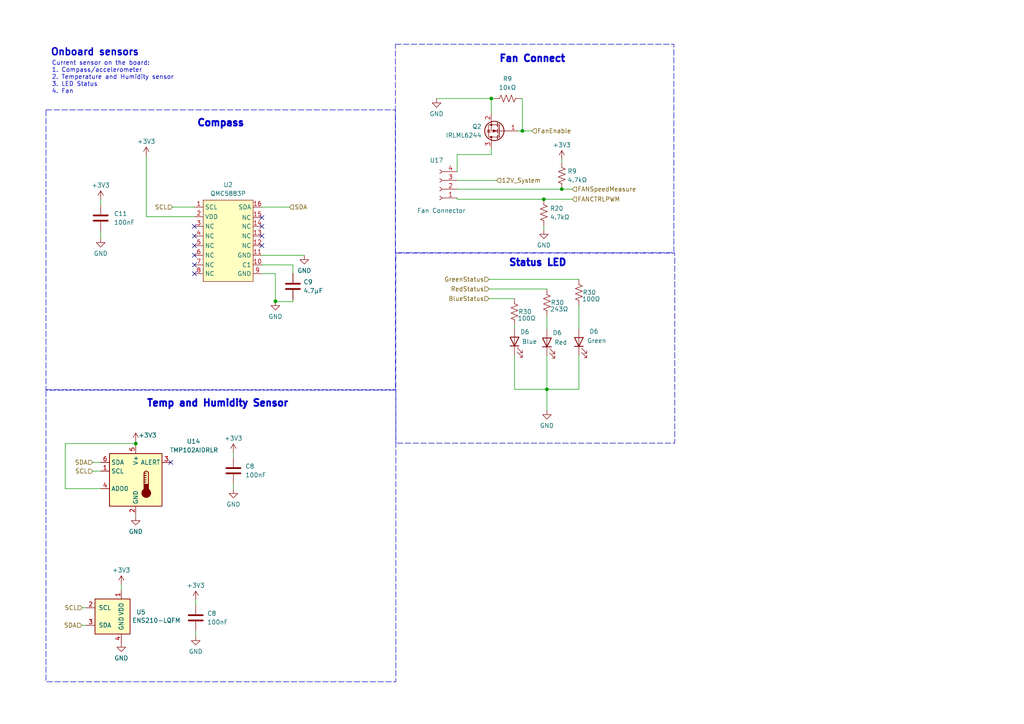
<source format=kicad_sch>
(kicad_sch (version 20230121) (generator eeschema)
  (paper "A4")
  (lib_symbols
    (symbol "Connector:Conn_01x04_Socket" (pin_names (offset 1.016) hide)
      (property "Reference" "J" (at 0 5.08 0))
      (property "Value" "Conn_01x04_Socket" (at 0 -7.62 0))
      (symbol "Conn_01x04_Socket_1_1"
        (arc (start 0 -4.572) (mid -0.5058 -5.08) (end 0 -5.588) (stroke (width 0.1524)))
        (arc (start 0 -2.032) (mid -0.5058 -2.54) (end 0 -3.048) (stroke (width 0.1524)))
        (polyline (pts (xy -1.27 -5.08) (xy -0.508 -5.08)) (stroke (width 0.1524)))
        (polyline (pts (xy -1.27 -2.54) (xy -0.508 -2.54)) (stroke (width 0.1524)))
        (polyline (pts (xy -1.27 0) (xy -0.508 0)) (stroke (width 0.1524)))
        (polyline (pts (xy -1.27 2.54) (xy -0.508 2.54)) (stroke (width 0.1524)))
        (arc (start 0 0.508) (mid -0.5058 0) (end 0 -0.508) (stroke (width 0.1524)))
        (arc (start 0 3.048) (mid -0.5058 2.54) (end 0 2.032) (stroke (width 0.1524)))
        (pin passive line (at -5.08 2.54 0) (length 3.81) (name "Pin_1") (number "1"))
        (pin passive line (at -5.08 0 0) (length 3.81) (name "Pin_2") (number "2"))
        (pin passive line (at -5.08 -2.54 0) (length 3.81) (name "Pin_3") (number "3"))
        (pin passive line (at -5.08 -5.08 0) (length 3.81) (name "Pin_4") (number "4"))
      )
    )
    (symbol "Custom:QMC5883P"
      (property "Reference" "U" (at 7.62 3.048 0))
      (symbol "QMC5883P_1_1"
        (rectangle (start 0 0) (end 14.478 -23.622) (fill (type background)))
        (pin input line (at -2.54 -2.032 0) (length 2.54) (name "SCL") (number "1"))
        (pin input line (at 17.018 -18.796 180) (length 2.54) (name "C1") (number "10"))
        (pin input line (at 17.018 -16.002 180) (length 2.54) (name "GND") (number "11"))
        (pin input line (at 17.018 -13.208 180) (length 2.54) (name "NC") (number "12"))
        (pin input line (at 17.018 -10.414 180) (length 2.54) (name "NC") (number "13"))
        (pin input line (at 17.018 -7.62 180) (length 2.54) (name "NC") (number "14"))
        (pin input line (at 17.018 -5.08 180) (length 2.54) (name "NC") (number "15"))
        (pin input line (at 17.018 -2.032 180) (length 2.54) (name "SDA") (number "16"))
        (pin input line (at -2.54 -4.826 0) (length 2.54) (name "VDD") (number "2"))
        (pin input line (at -2.54 -7.62 0) (length 2.54) (name "NC") (number "3"))
        (pin input line (at -2.54 -10.414 0) (length 2.54) (name "NC") (number "4"))
        (pin input line (at -2.54 -13.208 0) (length 2.54) (name "NC") (number "5"))
        (pin input line (at -2.54 -16.002 0) (length 2.54) (name "NC") (number "6"))
        (pin input line (at -2.54 -18.796 0) (length 2.54) (name "NC") (number "7"))
        (pin input line (at -2.54 -21.336 0) (length 2.54) (name "NC") (number "8"))
        (pin input line (at 17.018 -21.336 180) (length 2.54) (name "GND") (number "9"))
      )
    )
    (symbol "Device:C" (pin_numbers hide) (pin_names (offset 0.254))
      (property "Reference" "C" (at 0.635 2.54 0))
      (property "Value" "C" (at 0.635 -2.54 0))
      (symbol "C_0_1"
        (polyline (pts (xy -2.032 -0.762) (xy 2.032 -0.762)) (stroke (width 0.508)))
        (polyline (pts (xy -2.032 0.762) (xy 2.032 0.762)) (stroke (width 0.508)))
      )
      (symbol "C_1_1"
        (pin passive line (at 0 3.81 270) (length 2.794) (name "~") (number "1"))
        (pin passive line (at 0 -3.81 90) (length 2.794) (name "~") (number "2"))
      )
    )
    (symbol "Device:LED" (pin_numbers hide) (pin_names (offset 1.016) hide)
      (property "Reference" "D" (at 0 2.54 0))
      (property "Value" "LED" (at 0 -2.54 0))
      (symbol "LED_0_1"
        (polyline (pts (xy -1.27 -1.27) (xy -1.27 1.27)) (stroke (width 0.254)))
        (polyline (pts (xy -1.27 0) (xy 1.27 0)))
        (polyline (pts (xy 1.27 -1.27) (xy 1.27 1.27) (xy -1.27 0) (xy 1.27 -1.27)) (stroke (width 0.254)))
        (polyline (pts (xy -3.048 -0.762) (xy -4.572 -2.286) (xy -3.81 -2.286) (xy -4.572 -2.286) (xy -4.572 -1.524)))
        (polyline (pts (xy -1.778 -0.762) (xy -3.302 -2.286) (xy -2.54 -2.286) (xy -3.302 -2.286) (xy -3.302 -1.524)))
      )
      (symbol "LED_1_1"
        (pin passive line (at -3.81 0 0) (length 2.54) (name "K") (number "1"))
        (pin passive line (at 3.81 0 180) (length 2.54) (name "A") (number "2"))
      )
    )
    (symbol "Device:R_US" (pin_numbers hide) (pin_names (offset 0))
      (property "Reference" "R" (at 2.54 0 90))
      (property "Value" "R_US" (at -2.54 0 90))
      (symbol "R_US_0_1"
        (polyline (pts (xy 0 -2.286) (xy 0 -2.54)))
        (polyline (pts (xy 0 2.286) (xy 0 2.54)))
        (polyline (pts (xy 0 -0.762) (xy 1.016 -1.143) (xy 0 -1.524) (xy -1.016 -1.905) (xy 0 -2.286)))
        (polyline (pts (xy 0 0.762) (xy 1.016 0.381) (xy 0 0) (xy -1.016 -0.381) (xy 0 -0.762)))
        (polyline (pts (xy 0 2.286) (xy 1.016 1.905) (xy 0 1.524) (xy -1.016 1.143) (xy 0 0.762)))
      )
      (symbol "R_US_1_1"
        (pin passive line (at 0 3.81 270) (length 1.27) (name "~") (number "1"))
        (pin passive line (at 0 -3.81 90) (length 1.27) (name "~") (number "2"))
      )
    )
    (symbol "Sensor_Humidity:ENS210" (pin_names (offset 1.016))
      (property "Reference" "U" (at -7.62 10.16 0))
      (property "Value" "ENS210" (at -7.62 7.62 0))
      (symbol "ENS210_0_1"
        (rectangle (start -5.08 5.08) (end 5.08 -5.08) (stroke (width 0.254)) (fill (type background)))
      )
      (symbol "ENS210_1_1"
        (pin power_in line (at 2.54 7.62 270) (length 2.54) (name "VDD") (number "1"))
        (pin input line (at -7.62 2.54 0) (length 2.54) (name "SCL") (number "2"))
        (pin bidirectional line (at -7.62 -2.54 0) (length 2.54) (name "SDA") (number "3"))
        (pin power_in line (at 2.54 -7.62 90) (length 2.54) (name "GND") (number "4"))
        (pin passive line (at 2.54 -7.62 90) (length 2.54) hide (name "GND") (number "5"))
      )
    )
    (symbol "Sensor_Temperature:TMP102xxDRL"
      (property "Reference" "U" (at -2.54 10.795 0))
      (property "Value" "TMP102xxDRL" (at -2.54 8.89 0))
      (symbol "TMP102xxDRL_0_1"
        (rectangle (start -7.62 7.62) (end 7.62 -7.62) (stroke (width 0.254)) (fill (type background)))
      )
      (symbol "TMP102xxDRL_1_1"
        (polyline (pts (xy 2.413 -0.635) (xy 3.048 -0.635)) (stroke (width 0.254)))
        (polyline (pts (xy 2.413 0) (xy 3.048 0)) (stroke (width 0.254)))
        (polyline (pts (xy 2.413 0.635) (xy 3.048 0.635)) (stroke (width 0.254)))
        (polyline (pts (xy 2.413 1.27) (xy 3.048 1.27)) (stroke (width 0.254)))
        (polyline (pts (xy 2.413 1.905) (xy 2.413 -1.27)) (stroke (width 0.254)))
        (polyline (pts (xy 2.413 1.905) (xy 3.048 1.905)) (stroke (width 0.254)))
        (polyline (pts (xy 3.683 1.905) (xy 3.683 -1.27)) (stroke (width 0.254)))
        (circle (center 3.048 -3.81) (radius 1.27) (stroke (width 0.254)) (fill (type outline)))
        (rectangle (start 3.683 -3.175) (end 2.413 -1.27) (stroke (width 0.254)) (fill (type outline)))
        (arc (start 3.683 1.905) (mid 3.048 2.5373) (end 2.413 1.905) (stroke (width 0.254)))
        (pin input line (at -10.16 2.54 0) (length 2.54) (name "SCL") (number "1"))
        (pin power_in line (at 0 -10.16 90) (length 2.54) (name "GND") (number "2"))
        (pin open_collector line (at 10.16 5.08 180) (length 2.54) (name "ALERT") (number "3"))
        (pin input line (at -10.16 -2.54 0) (length 2.54) (name "ADD0") (number "4"))
        (pin power_in line (at 0 10.16 270) (length 2.54) (name "V+") (number "5"))
        (pin bidirectional line (at -10.16 5.08 0) (length 2.54) (name "SDA") (number "6"))
      )
    )
    (symbol "Transistor_FET:IRLML6244" (pin_names hide)
      (property "Reference" "Q" (at 5.08 1.905 0))
      (property "Value" "IRLML6244" (at 5.08 0 0))
      (symbol "IRLML6244_0_1"
        (polyline (pts (xy 0.254 0) (xy -2.54 0)))
        (polyline (pts (xy 0.254 1.905) (xy 0.254 -1.905)) (stroke (width 0.254)))
        (polyline (pts (xy 0.762 -1.27) (xy 0.762 -2.286)) (stroke (width 0.254)))
        (polyline (pts (xy 0.762 0.508) (xy 0.762 -0.508)) (stroke (width 0.254)))
        (polyline (pts (xy 0.762 2.286) (xy 0.762 1.27)) (stroke (width 0.254)))
        (polyline (pts (xy 2.54 2.54) (xy 2.54 1.778)))
        (polyline (pts (xy 2.54 -2.54) (xy 2.54 0) (xy 0.762 0)))
        (polyline (pts (xy 0.762 -1.778) (xy 3.302 -1.778) (xy 3.302 1.778) (xy 0.762 1.778)))
        (polyline (pts (xy 1.016 0) (xy 2.032 0.381) (xy 2.032 -0.381) (xy 1.016 0)) (fill (type outline)))
        (polyline (pts (xy 2.794 0.508) (xy 2.921 0.381) (xy 3.683 0.381) (xy 3.81 0.254)))
        (polyline (pts (xy 3.302 0.381) (xy 2.921 -0.254) (xy 3.683 -0.254) (xy 3.302 0.381)))
        (circle (center 1.651 0) (radius 2.794) (stroke (width 0.254)))
        (circle (center 2.54 -1.778) (radius 0.254) (fill (type outline)))
        (circle (center 2.54 1.778) (radius 0.254) (fill (type outline)))
      )
      (symbol "IRLML6244_1_1"
        (pin input line (at -5.08 0 0) (length 2.54) (name "G") (number "1"))
        (pin passive line (at 2.54 -5.08 90) (length 2.54) (name "S") (number "2"))
        (pin passive line (at 2.54 5.08 270) (length 2.54) (name "D") (number "3"))
      )
    )
    (symbol "power:+3V3" (power) (pin_names (offset 0))
      (property "Value" "+3V3" (at 0 3.556 0))
      (symbol "+3V3_0_1"
        (polyline (pts (xy -0.762 1.27) (xy 0 2.54)))
        (polyline (pts (xy 0 0) (xy 0 2.54)))
        (polyline (pts (xy 0 2.54) (xy 0.762 1.27)))
      )
      (symbol "+3V3_1_1"
        (pin power_in line (at 0 0 90) (length 0) hide (name "+3V3") (number "1"))
      )
    )
    (symbol "power:GND" (power) (pin_names (offset 0))
      (property "Value" "GND" (at 0 -3.81 0))
      (symbol "GND_0_1"
        (polyline (pts (xy 0 0) (xy 0 -1.27) (xy 1.27 -1.27) (xy 0 -2.54) (xy -1.27 -1.27) (xy 0 -1.27)))
      )
      (symbol "GND_1_1"
        (pin power_in line (at 0 0 270) (length 0) hide (name "GND") (number "1"))
      )
    )
  )
  (junction (at 79.883 87.376))
  (junction (at 158.623 112.903))
  (junction (at 162.941 54.864))
  (junction (at 39.37 128.651))
  (junction (at 157.734 57.785))
  (junction (at 151.511 37.973))
  (junction (at 142.494 28.575))
  (no_connect (at 56.388 71.247))
  (no_connect (at 49.53 134.112))
  (no_connect (at 75.946 68.453))
  (no_connect (at 75.946 63.119))
  (no_connect (at 56.388 65.659))
  (no_connect (at 56.388 68.453))
  (no_connect (at 56.388 76.835))
  (no_connect (at 75.946 71.247))
  (no_connect (at 56.388 79.375))
  (no_connect (at 56.388 74.041))
  (no_connect (at 75.946 65.659))
  (wire (pts (xy 56.388 62.865) (xy 42.418 62.865)))
  (wire (pts (xy 50.038 60.071) (xy 56.388 60.071)))
  (wire (pts (xy 157.734 65.532) (xy 157.734 66.675)))
  (wire (pts (xy 158.623 112.903) (xy 158.623 118.999)))
  (wire (pts (xy 150.114 37.973) (xy 151.511 37.973)))
  (wire (pts (xy 162.941 54.864) (xy 132.588 54.864)))
  (wire (pts (xy 165.989 54.864) (xy 162.941 54.864)))
  (wire (pts (xy 141.859 81.026) (xy 167.894 81.026)))
  (wire (pts (xy 158.623 103.124) (xy 158.623 112.903)))
  (wire (pts (xy 143.383 28.575) (xy 142.494 28.575)))
  (wire (pts (xy 39.37 128.143) (xy 39.37 128.651)))
  (wire (pts (xy 42.418 45.212) (xy 42.418 62.865)))
  (wire (pts (xy 142.494 43.053) (xy 142.494 44.831)))
  (wire (pts (xy 151.003 28.575) (xy 151.511 28.575)))
  (wire (pts (xy 39.37 149.352) (xy 39.37 149.733)))
  (wire (pts (xy 151.511 28.575) (xy 151.511 37.973)))
  (wire (pts (xy 157.734 57.785) (xy 157.734 57.912)))
  (wire (pts (xy 29.21 57.912) (xy 29.21 59.436)))
  (wire (pts (xy 23.749 181.356) (xy 25.019 181.356)))
  (wire (pts (xy 158.623 83.82) (xy 158.623 83.947)))
  (wire (pts (xy 25.019 176.276) (xy 23.876 176.276)))
  (wire (pts (xy 165.989 57.785) (xy 157.734 57.785)))
  (wire (pts (xy 126.619 28.575) (xy 142.494 28.575)))
  (wire (pts (xy 56.769 173.99) (xy 56.769 175.387)))
  (wire (pts (xy 141.859 83.82) (xy 158.623 83.82)))
  (wire (pts (xy 167.894 88.646) (xy 167.894 95.377)))
  (wire (pts (xy 79.883 87.376) (xy 79.883 79.375)))
  (wire (pts (xy 75.946 74.041) (xy 88.265 74.041)))
  (wire (pts (xy 84.963 76.835) (xy 84.963 79.248)))
  (wire (pts (xy 29.21 67.056) (xy 29.21 69.088)))
  (wire (pts (xy 158.623 91.567) (xy 158.623 95.504)))
  (wire (pts (xy 132.588 44.831) (xy 142.494 44.831)))
  (wire (pts (xy 149.225 94.234) (xy 149.225 95.25)))
  (wire (pts (xy 26.924 134.112) (xy 29.21 134.112)))
  (wire (pts (xy 56.769 183.007) (xy 56.769 184.531)))
  (wire (pts (xy 149.225 112.903) (xy 158.623 112.903)))
  (wire (pts (xy 132.588 44.831) (xy 132.588 49.784)))
  (wire (pts (xy 157.734 57.785) (xy 132.588 57.785)))
  (wire (pts (xy 29.21 141.732) (xy 18.923 141.732)))
  (wire (pts (xy 75.946 76.835) (xy 84.963 76.835)))
  (wire (pts (xy 162.941 46.228) (xy 162.941 47.117)))
  (wire (pts (xy 167.894 102.997) (xy 167.894 112.903)))
  (wire (pts (xy 18.923 141.732) (xy 18.923 128.651)))
  (wire (pts (xy 26.924 136.652) (xy 29.21 136.652)))
  (wire (pts (xy 132.588 57.785) (xy 132.588 57.404)))
  (wire (pts (xy 18.923 128.651) (xy 39.37 128.651)))
  (wire (pts (xy 158.623 112.903) (xy 167.894 112.903)))
  (wire (pts (xy 39.37 128.651) (xy 39.37 129.032)))
  (wire (pts (xy 142.494 28.575) (xy 142.494 32.893)))
  (wire (pts (xy 79.883 79.375) (xy 75.946 79.375)))
  (wire (pts (xy 79.883 87.503) (xy 84.963 87.503)))
  (wire (pts (xy 132.588 52.324) (xy 144.018 52.324)))
  (wire (pts (xy 149.225 102.87) (xy 149.225 112.903)))
  (wire (pts (xy 35.179 169.545) (xy 35.179 171.196)))
  (wire (pts (xy 79.883 87.376) (xy 79.883 87.503)))
  (wire (pts (xy 75.946 60.071) (xy 83.947 60.071)))
  (wire (pts (xy 141.859 86.614) (xy 149.225 86.614)))
  (wire (pts (xy 151.511 37.973) (xy 154.305 37.973)))
  (wire (pts (xy 67.691 131.318) (xy 67.691 132.715)))
  (wire (pts (xy 162.941 54.737) (xy 162.941 54.864)))
  (wire (pts (xy 84.963 87.503) (xy 84.963 86.868)))
  (wire (pts (xy 67.691 140.335) (xy 67.691 141.859)))
  (rectangle (start 13.335 113.03) (end 114.808 197.739) (stroke (width 0) (type dash)))
  (rectangle (start 13.335 31.877) (end 114.681 113.157) (stroke (width 0) (type dash)))
  (rectangle (start 114.808 73.406) (end 195.707 128.524) (stroke (width 0) (type dash)))
  (rectangle (start 114.681 12.827) (end 195.453 73.279) (stroke (width 0) (type dash)))
  (text "Status LED\n" (at 147.447 77.47 0) (effects (font (size 2 2) (thickness 0.508) bold) (justify left bottom)))
  (text "Compass" (at 57.023 36.957 0) (effects (font (size 2 2) (thickness 0.508) bold) (justify left bottom)))
  (text "Current sensor on the board:\n1. Compass/accelerometer\n2. Temperature and Humidity sensor\n3. LED Status\n4. Fan" (at 14.986 27.305 0) (effects (font (size 1.27 1.27)) (justify left bottom)))
  (text "Fan Connect" (at 144.653 18.288 0) (effects (font (size 2 2) (thickness 0.508) bold) (justify left bottom)))
  (text "Onboard sensors" (at 14.605 16.383 0) (effects (font (size 2 2) (thickness 0.4) bold) (justify left bottom)))
  (text "Temp and Humidity Sensor" (at 42.418 118.237 0) (effects (font (size 2 2) (thickness 0.508) bold) (justify left bottom)))
  (hierarchical_label "FANCTRLPWM" (shape input) (at 165.989 57.785 0))
  (hierarchical_label "SDA" (shape input) (at 26.924 134.112 180))
  (hierarchical_label "12V_System" (shape input) (at 144.018 52.324 0))
  (hierarchical_label "RedStatus" (shape input) (at 141.859 83.82 180))
  (hierarchical_label "FanEnable" (shape input) (at 154.305 37.973 0))
  (hierarchical_label "FANSpeedMeasure" (shape input) (at 165.989 54.864 0))
  (hierarchical_label "SCL" (shape input) (at 23.876 176.276 180))
  (hierarchical_label "SDA" (shape input) (at 83.947 60.071 0))
  (hierarchical_label "SCL" (shape input) (at 26.924 136.652 180))
  (hierarchical_label "BlueStatus" (shape input) (at 141.859 86.614 180))
  (hierarchical_label "SDA" (shape input) (at 23.749 181.356 180))
  (hierarchical_label "GreenStatus" (shape input) (at 141.859 81.026 180))
  (hierarchical_label "SCL" (shape input) (at 50.038 60.071 180))
  (symbol (lib_id "Device:R_US") (at 162.941 50.927 0) (unit 1)
    (property "Reference" "R9" (at 164.592 49.657 0) (effects (justify left)))
    (property "Value" "4.7kΩ" (at 164.592 52.197 0) (effects (justify left)))
    (property "Footprint" "Resistor_SMD:R_0805_2012Metric" (effects hide))
    (property "Manufacturer" "YAGEO" (effects hide))
    (property "MFG Part#" "RC0805FR-074K7L" (effects hide))
    (property "Description" "125mW Thick Film Resistor 150V ±100ppm/℃ ±1% 4.7kΩ 0805 Chip Resistor - Surface Mount ROHS" (effects hide))
    (property "Package" "0805" (effects hide))
    (property "LCSC" "C60816" (effects hide))
    (instances (project "Taz Main PCB V1.14" (path "" (reference "R9") (unit 1)) (path "" (reference "R20") (unit 1))))
  )
  (symbol (lib_id "Device:R_US") (at 147.193 28.575 90) (unit 1)
    (property "Reference" "R9" (at 147.193 22.86 90))
    (property "Value" "10kΩ" (at 147.193 25.4 90))
    (property "Footprint" "Resistor_SMD:R_0603_1608Metric" (effects hide))
    (property "Manufacturer" "UNI-ROYAL" (effects hide))
    (property "MFG Part#" "0603WAF1002T5E" (effects hide))
    (property "Description" "100mW Thick Film Resistor 75V ±100ppm/℃ ±1% 10kΩ 0603 Chip Resistor - Surface Mount ROHS" (effects hide))
    (property "Package" "0603" (effects hide))
    (property "LCSC" "C25804" (effects hide))
    (instances (project "Taz Main PCB V1.14" (path "" (reference "R9") (unit 1)) (path "" (reference "R45") (unit 1))))
  )
  (symbol (lib_id "Device:LED") (at 149.225 99.06 90) (unit 1)
    (property "Reference" "D6" (at 150.876 96.266 90) (effects (justify right)))
    (property "Value" "Blue" (at 151.384 99.06 90) (effects (justify right)))
    (property "Footprint" "LED_SMD:LED_0603_1608Metric" (effects hide))
    (property "Datasheet" "https://jlcpcb.com/api/file/downloadByFileSystemAccessId/8579710586145259520" (effects hide))
    (property "Manufacturer" "Hubei KENTO Elec" (effects hide))
    (property "MFG Part#" "KT-0603B" (effects hide))
    (property "Description" "100mW 120° 175mcd 3.1V 460nm~475nm 469nm 5mA Blue Water Clear 0603 LED Indication - Discrete ROHS" (effects hide))
    (property "Package" "0603" (effects hide))
    (property "LCSC" "C2288" (effects hide))
    (instances (project "Taz Main PCB V1.14" (path "" (reference "D6") (unit 1)) (path "" (reference "LED1") (unit 1))))
  )
  (symbol (lib_id "Transistor_FET:IRLML6244") (at 145.034 37.973 180) (unit 1)
    (property "Reference" "Q2" (at 139.7 36.703 0) (effects (justify left)))
    (property "Value" "IRLML6244" (at 139.7 39.243 0) (effects (justify left)))
    (property "Footprint" "Package_TO_SOT_SMD:SOT-23" (effects hide))
    (property "Datasheet" "https://www.infineon.com/dgdl/Infineon-IRLML6244-DataSheet-v01_01-EN.pdf?fileId=5546d462533600a4015356686fed261f" (effects hide))
    (property "Manufacturer" "Infineon" (effects hide))
    (property "MFG Part#" "IRLML6244TRPBF" (effects hide))
    (property "Description" "20V 6.3A 27mΩ@2.5V,5.1A 1.3W 1.1V@10uA 1 N-Channel SOT-23 MOSFETs ROHS" (effects hide))
    (property "Package" "SOT-23" (effects hide))
    (property "LCSC" "C143946" (effects hide))
  )
  (symbol (lib_id "power:GND") (at 79.883 87.376 0) (unit 1)
    (property "Reference" "#PWR04" (effects hide))
    (property "Value" "GND" (at 79.883 91.821 0))
    (instances (project "Taz Main PCB V1.14" (path "" (reference "#PWR04") (unit 1)) (path "" (reference "#PWR013") (unit 1))))
  )
  (symbol (lib_id "Device:C") (at 67.691 136.525 0) (unit 1)
    (property "Reference" "C8" (at 71.12 135.255 0) (effects (justify left)))
    (property "Value" "100nF" (at 71.12 137.795 0) (effects (justify left)))
    (property "Footprint" "Capacitor_SMD:C_0805_2012Metric" (effects hide))
    (property "Manufacturer" "YAGEO" (effects hide))
    (property "MFG Part#" "CC0805KRX7R9BB104" (effects hide))
    (property "Description" "50V 100nF X7R ±10% 0805 Multilayer Ceramic Capacitors MLCC - SMD/SMT ROHS" (effects hide))
    (property "Package" "0805" (effects hide))
    (property "LCSC" "C49678" (effects hide))
    (instances (project "Taz Main PCB V1.14" (path "" (reference "C8") (unit 1)) (path "" (reference "C30") (unit 1))))
  )
  (symbol (lib_id "Device:R_US") (at 157.734 61.722 0) (unit 1)
    (property "Reference" "R20" (at 159.512 60.452 0) (effects (justify left)))
    (property "Value" "4.7kΩ" (at 159.512 62.992 0) (effects (justify left)))
    (property "Footprint" "Resistor_SMD:R_0805_2012Metric" (effects hide))
    (property "Manufacturer" "YAGEO" (effects hide))
    (property "MFG Part#" "RC0805FR-074K7L" (effects hide))
    (property "Description" "125mW Thick Film Resistor 150V ±100ppm/℃ ±1% 4.7kΩ 0805 Chip Resistor - Surface Mount ROHS" (effects hide))
    (property "Package" "0805" (effects hide))
    (property "LCSC" "C60816" (effects hide))
    (instances (project "Taz Main PCB V1.14" (path "" (reference "R20") (unit 1)) (path "" (reference "R9") (unit 1))))
  )
  (symbol (lib_id "power:GND") (at 157.734 66.675 0) (unit 1)
    (property "Reference" "#PWR02" (effects hide))
    (property "Value" "GND" (at 157.734 71.12 0))
  )
  (symbol (lib_id "Custom:QMC5883P") (at 58.928 58.039 0) (unit 1)
    (property "Reference" "U2" (at 66.167 53.594 0))
    (property "Value" "QMC5883P" (at 66.167 56.134 0))
    (property "Footprint" "Package_LGA:LGA-16_3x3mm_P0.5mm" (effects hide))
    (property "Datasheet" "https://www.lcsc.com/datasheet/C2847467.pdf" (effects hide))
    (property "Manufacturer" "QST" (effects hide))
    (property "MFG Part#" "QMC5883P" (effects hide))
    (property "Description" "LGA-16(3x3) 3D Magnetic Sensors " (effects hide))
    (property "Package" "LGA-16(3x3)" (effects hide))
    (property "LCSC" "C2847467" (effects hide))
  )
  (symbol (lib_id "Device:C") (at 56.769 179.197 0) (unit 1)
    (property "Reference" "C8" (at 60.071 177.927 0) (effects (justify left)))
    (property "Value" "100nF" (at 60.071 180.467 0) (effects (justify left)))
    (property "Footprint" "Capacitor_SMD:C_0805_2012Metric" (effects hide))
    (property "Manufacturer" "YAGEO" (effects hide))
    (property "MFG Part#" "CC0805KRX7R9BB104" (effects hide))
    (property "Description" "50V 100nF X7R ±10% 0805 Multilayer Ceramic Capacitors MLCC - SMD/SMT ROHS" (effects hide))
    (property "Package" "0805" (effects hide))
    (property "LCSC" "C49678" (effects hide))
  )
  (symbol (lib_id "power:GND") (at 67.691 141.859 0) (unit 1)
    (property "Reference" "#PWR017" (effects hide))
    (property "Value" "GND" (at 67.691 146.304 0))
    (instances (project "Taz Main PCB V1.14" (path "" (reference "#PWR017") (unit 1)) (path "" (reference "#PWR084") (unit 1))))
  )
  (symbol (lib_id "Device:LED") (at 167.894 99.187 90) (unit 1)
    (property "Reference" "D6" (at 173.609 96.139 90) (effects (justify left)))
    (property "Value" "Green" (at 175.895 98.806 90) (effects (justify left)))
    (property "Footprint" "LED_SMD:LED_0603_1608Metric" (effects hide))
    (property "Datasheet" "https://jlcpcb.com/api/file/downloadByFileSystemAccessId/8586172557489397760" (effects hide))
    (property "Manufacturer" "Hubei KENTO Elec" (effects hide))
    (property "MFG Part#" "KT-0603G" (effects hide))
    (property "Description" "-40℃~+85℃ 100mW 120° 3.1V 430mcd 513nm~528nm 525nm 5mA Emerald Green Water Clear 0603 LED Indication - Discrete ROHS" (effects hide))
    (property "Package" "0603" (effects hide))
    (property "LCSC" "C12624" (effects hide))
    (instances (project "Taz Main PCB V1.14" (path "" (reference "D6") (unit 1)) (path "" (reference "LED2") (unit 1))))
  )
  (symbol (lib_id "Device:C") (at 84.963 83.058 0) (unit 1)
    (property "Reference" "C9" (at 88.011 81.788 0) (effects (justify left)))
    (property "Value" "4.7µF" (at 88.011 84.328 0) (effects (justify left)))
    (property "Footprint" "Capacitor_SMD:C_0402_1005Metric" (effects hide))
    (property "Manufacturer" "Samsung Electro-Mechanics" (effects hide))
    (property "MFG Part#" "CL05A475MP5NRNC" (effects hide))
    (property "Description" "10V 4.7uF X5R ±20% 0402 Multilayer Ceramic Capacitors MLCC - SMD/SMT ROHS" (effects hide))
    (property "Package" "0402" (effects hide))
    (property "LCSC" "C23733" (effects hide))
  )
  (symbol (lib_id "Device:R_US") (at 158.623 87.757 180) (unit 1)
    (property "Reference" "R30" (at 161.671 87.757 0))
    (property "Value" "243Ω" (at 162.179 89.662 0))
    (property "Footprint" "Resistor_SMD:R_0805_2012Metric" (effects hide))
    (property "Manufacturer" "FOJAN" (effects hide))
    (property "MFG Part#" "FRC0805F2430TS" (effects hide))
    (property "Description" "125mW Thick Film Resistor 200V ±100ppm/℃ ±1% 243Ω 0805 Chip Resistor - Surface Mount ROHS" (effects hide))
    (property "Package" "0805" (effects hide))
    (property "LCSC" "C5159715" (effects hide))
    (instances (project "Taz Main PCB V1.14" (path "" (reference "R30") (unit 1)) (path "" (reference "R30") (unit 1)) (path "" (reference "R5") (unit 1))))
  )
  (symbol (lib_id "power:GND") (at 126.619 28.575 0) (unit 1)
    (property "Reference" "#PWR01" (effects hide))
    (property "Value" "GND" (at 126.619 33.02 0))
  )
  (symbol (lib_id "Connector:Conn_01x04_Socket") (at 127.508 54.864 180) (unit 1)
    (property "Reference" "U17" (at 126.619 46.482 0))
    (property "Value" "Fan Connector" (at 128.016 61.087 0))
    (property "Footprint" "Connector_JST:JST_XH_B4B-XH-AM_1x04_P2.50mm_Vertical" (effects hide))
    (property "LCSC" "C161871" (effects hide))
    (property "Manufacturer" "JST" (effects hide))
    (property "MFG Part#" "B4B-XH-AM(LF)(SN)" (effects hide))
    (property "Description" "1x4P 4P XH Tin 4 -25℃~+85℃ 3A 1 2.5mm Brass Through Hole Through Hole,P=2.5mm Wire To Board Connector ROHS" (effects hide))
    (property "Package" "Through Hole,P=2.5mm" (effects hide))
    (instances (project "Taz Main PCB V1.14" (path "" (reference "U17") (unit 1)) (path "" (reference "U8") (unit 1))))
  )
  (symbol (lib_id "power:+3V3") (at 162.941 46.228 0) (unit 1)
    (property "Reference" "#PWR03" (effects hide))
    (property "Value" "+3V3" (at 162.941 42.037 0))
  )
  (symbol (lib_id "power:+3V3") (at 56.769 173.99 0) (unit 1)
    (property "Reference" "#PWR016" (effects hide))
    (property "Value" "+3V3" (at 56.769 169.799 0))
    (instances (project "Taz Main PCB V1.14" (path "" (reference "#PWR016") (unit 1)) (path "" (reference "#PWR015") (unit 1))))
  )
  (symbol (lib_id "power:+3V3") (at 29.21 57.912 0) (unit 1)
    (property "Reference" "#PWR08" (effects hide))
    (property "Value" "+3V3" (at 29.21 53.721 0))
    (instances (project "Taz Main PCB V1.14" (path "" (reference "#PWR08") (unit 1)) (path "" (reference "#PWR04") (unit 1))))
  )
  (symbol (lib_id "power:GND") (at 35.179 186.436 0) (unit 1)
    (property "Reference" "#PWR015" (effects hide))
    (property "Value" "GND" (at 35.179 190.881 0))
    (instances (project "Taz Main PCB V1.14" (path "" (reference "#PWR015") (unit 1)) (path "" (reference "#PWR012") (unit 1))))
  )
  (symbol (lib_id "power:GND") (at 39.37 149.733 0) (unit 1)
    (property "Reference" "#PWR019" (effects hide))
    (property "Value" "GND" (at 39.37 154.178 0))
    (instances (project "Taz Main PCB V1.14" (path "" (reference "#PWR019") (unit 1)) (path "" (reference "#PWR010") (unit 1))))
  )
  (symbol (lib_id "Device:C") (at 29.21 63.246 0) (unit 1)
    (property "Reference" "C11" (at 33.02 61.976 0) (effects (justify left)))
    (property "Value" "100nF" (at 33.02 64.516 0) (effects (justify left)))
    (property "Footprint" "Capacitor_SMD:C_0402_1005Metric" (effects hide))
    (property "Manufacturer" "Samsung Electro-Mechanics" (effects hide))
    (property "MFG Part#" "CL05B104KB54PNC" (effects hide))
    (property "Description" "50V 100nF X7R ±10% 0402 Multilayer Ceramic Capacitors MLCC - SMD/SMT ROHS" (effects hide))
    (property "Package" "0402" (effects hide))
    (property "LCSC" "C307331" (effects hide))
  )
  (symbol (lib_id "Device:R_US") (at 167.894 84.836 180) (unit 1)
    (property "Reference" "R30" (at 170.942 84.836 0))
    (property "Value" "100Ω" (at 171.45 86.741 0))
    (property "Footprint" "Resistor_SMD:R_0805_2012Metric" (effects hide))
    (property "Manufacturer" "UNI-ROYAL" (effects hide))
    (property "MFG Part#" "0805W8F1000T5E" (effects hide))
    (property "Description" "125mW Thick Film Resistor 150V ±100ppm/℃ ±1% 100Ω 0805 Chip Resistor - Surface Mount ROHS" (effects hide))
    (property "Package" "0805" (effects hide))
    (property "LCSC" "C17408" (effects hide))
    (instances (project "Taz Main PCB V1.14" (path "" (reference "R30") (unit 1)) (path "" (reference "R30") (unit 1)) (path "" (reference "R1") (unit 1))))
  )
  (symbol (lib_id "power:GND") (at 158.623 118.999 0) (unit 1)
    (property "Reference" "#PWR026" (effects hide))
    (property "Value" "GND" (at 158.623 123.444 0))
  )
  (symbol (lib_id "power:+3V3") (at 42.418 45.212 0) (unit 1)
    (property "Reference" "#PWR09" (effects hide))
    (property "Value" "+3V3" (at 42.418 41.021 0))
    (instances (project "Taz Main PCB V1.14" (path "" (reference "#PWR09") (unit 1)) (path "" (reference "#PWR06") (unit 1))))
  )
  (symbol (lib_id "Device:R_US") (at 149.225 90.424 180) (unit 1)
    (property "Reference" "R30" (at 152.273 90.424 0))
    (property "Value" "100Ω" (at 152.781 92.329 0))
    (property "Footprint" "Resistor_SMD:R_0805_2012Metric" (effects hide))
    (property "Manufacturer" "UNI-ROYAL" (effects hide))
    (property "MFG Part#" "0805W8F1000T5E" (effects hide))
    (property "Description" "125mW Thick Film Resistor 150V ±100ppm/℃ ±1% 100Ω 0805 Chip Resistor - Surface Mount ROHS" (effects hide))
    (property "Package" "0805" (effects hide))
    (property "LCSC" "C17408" (effects hide))
    (instances (project "Taz Main PCB V1.14" (path "" (reference "R30") (unit 1)) (path "" (reference "R30") (unit 1)) (path "" (reference "R25") (unit 1))))
  )
  (symbol (lib_id "power:+3V3") (at 67.691 131.318 0) (unit 1)
    (property "Reference" "#PWR016" (effects hide))
    (property "Value" "+3V3" (at 67.691 127.127 0))
    (instances (project "Taz Main PCB V1.14" (path "" (reference "#PWR016") (unit 1)) (path "" (reference "#PWR075") (unit 1))))
  )
  (symbol (lib_id "power:GND") (at 88.265 74.041 0) (unit 1)
    (property "Reference" "#PWR05" (effects hide))
    (property "Value" "GND" (at 88.265 78.486 0))
    (instances (project "Taz Main PCB V1.14" (path "" (reference "#PWR05") (unit 1)) (path "" (reference "#PWR018") (unit 1))))
  )
  (symbol (lib_id "power:+3V3") (at 35.179 169.545 0) (unit 1)
    (property "Reference" "#PWR014" (effects hide))
    (property "Value" "+3V3" (at 35.179 165.354 0))
    (instances (project "Taz Main PCB V1.14" (path "" (reference "#PWR014") (unit 1)) (path "" (reference "#PWR011") (unit 1))))
  )
  (symbol (lib_id "Sensor_Temperature:TMP102xxDRL") (at 39.37 139.192 0) (unit 1)
    (property "Reference" "U14" (at 56.134 128.016 0))
    (property "Value" "TMP102AIDRLR" (at 56.261 130.556 0))
    (property "Footprint" "Package_TO_SOT_SMD:SOT-563" (effects hide))
    (property "Datasheet" "https://www.ti.com/lit/ds/symlink/tmp102.pdf" (effects hide))
    (property "Manufacturer" "TI" (effects hide))
    (property "MFG Part#" "TMP102AIDRLR" (effects hide))
    (property "Description" "-40℃~+125℃ I2C ±0.5℃ SOT-563 Temperature Sensors ROHS" (effects hide))
    (property "Package" "SOT-563" (effects hide))
    (property "LCSC" "C99269" (effects hide))
  )
  (symbol (lib_id "power:GND") (at 56.769 184.531 0) (unit 1)
    (property "Reference" "#PWR017" (effects hide))
    (property "Value" "GND" (at 56.769 188.976 0))
    (instances (project "Taz Main PCB V1.14" (path "" (reference "#PWR017") (unit 1)) (path "" (reference "#PWR016") (unit 1))))
  )
  (symbol (lib_id "power:GND") (at 29.21 69.088 0) (unit 1)
    (property "Reference" "#PWR010" (effects hide))
    (property "Value" "GND" (at 29.21 73.533 0))
    (instances (project "Taz Main PCB V1.14" (path "" (reference "#PWR010") (unit 1)) (path "" (reference "#PWR05") (unit 1))))
  )
  (symbol (lib_id "power:+3V3") (at 39.37 128.143 0) (unit 1)
    (property "Reference" "#PWR018" (effects hide))
    (property "Value" "+3V3" (at 42.799 126.238 0))
    (instances (project "Taz Main PCB V1.14" (path "" (reference "#PWR018") (unit 1)) (path "" (reference "#PWR09") (unit 1))))
  )
  (symbol (lib_id "Sensor_Humidity:ENS210") (at 32.639 178.816 0) (unit 1)
    (property "Reference" "U5" (at 39.497 177.546 0) (effects (justify left)))
    (property "Value" "ENS210-LQFM" (at 38.354 179.959 0) (effects (justify left)))
    (property "Footprint" "Package_DFN_QFN:AMS_QFN-4-1EP_2x2mm_P0.95mm_EP0.7x1.6mm" (effects hide))
    (property "Datasheet" "http://ams.com/eng/Products/Environmental-Sensors/Relative-Humidity-and-Temperature-Sensors/ENS210" (effects hide))
    (property "Manufacturer" "Sciosense" (effects hide))
    (property "MFG Part#" "ENS210-LQFM" (effects hide))
    (property "Description" "QFN-4-EP(2x2) Temperature and Humidity Sensor ROHS" (effects hide))
    (property "Package" "QFN-4-EP(2x2)" (effects hide))
    (property "LCSC" "C2991202" (effects hide))
  )
  (symbol (lib_id "Device:LED") (at 158.623 99.314 90) (unit 1)
    (property "Reference" "D6" (at 160.274 96.52 90) (effects (justify right)))
    (property "Value" "Red" (at 160.782 99.314 90) (effects (justify right)))
    (property "Footprint" "LED_SMD:LED_0805_2012Metric" (effects hide))
    (property "Manufacturer" "Foshan NationStar Optoelectronics" (effects hide))
    (property "MFG Part#" "Foshan NationStar Optoelectronics" (effects hide))
    (property "Description" "25mA 67mcd~195mcd -30℃~+85℃ 615nm~630nm Discrete Diode Red 130° 65mW 1.6V~2.6V 0805 LED Indication - Discrete ROHS" (effects hide))
    (property "Package" "0805" (effects hide))
    (property "LCSC" "C84256" (effects hide))
  )
)
</source>
